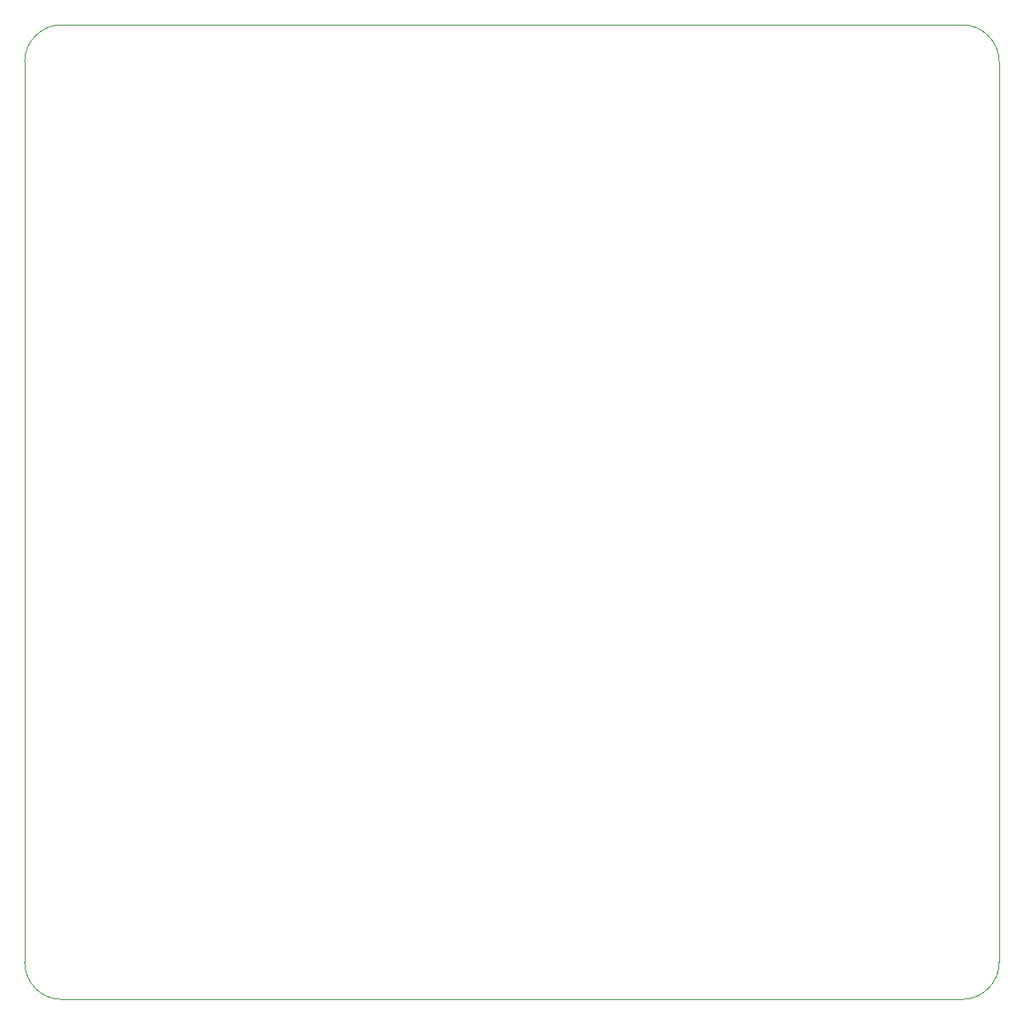
<source format=gbr>
%TF.GenerationSoftware,KiCad,Pcbnew,(7.0.0)*%
%TF.CreationDate,2023-03-12T03:04:05-07:00*%
%TF.ProjectId,EnergyMonitor - ESP PCB,456e6572-6779-44d6-9f6e-69746f72202d,rev?*%
%TF.SameCoordinates,Original*%
%TF.FileFunction,Profile,NP*%
%FSLAX46Y46*%
G04 Gerber Fmt 4.6, Leading zero omitted, Abs format (unit mm)*
G04 Created by KiCad (PCBNEW (7.0.0)) date 2023-03-12 03:04:05*
%MOMM*%
%LPD*%
G01*
G04 APERTURE LIST*
%TA.AperFunction,Profile*%
%ADD10C,0.050000*%
%TD*%
G04 APERTURE END LIST*
D10*
X136190000Y-40000000D02*
X43810000Y-40000000D01*
X140000000Y-136190000D02*
X140000000Y-43810000D01*
X140000000Y-43810000D02*
G75*
G03*
X136190000Y-40000000I-3810000J0D01*
G01*
X43810000Y-40000000D02*
G75*
G03*
X40000000Y-43810000I0J-3810000D01*
G01*
X43810000Y-140000000D02*
X136190000Y-140000000D01*
X136190000Y-140000000D02*
G75*
G03*
X140000000Y-136190000I0J3810000D01*
G01*
X40000000Y-43810000D02*
X40000000Y-136190000D01*
X40000000Y-136190000D02*
G75*
G03*
X43810000Y-140000000I3810000J0D01*
G01*
M02*

</source>
